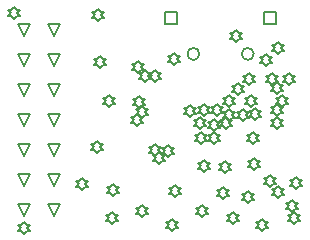
<source format=gbr>
%TF.GenerationSoftware,Altium Limited,Altium Designer,21.2.2 (38)*%
G04 Layer_Color=2752767*
%FSLAX45Y45*%
%MOMM*%
%TF.SameCoordinates,9B882A86-BDC0-4CB1-B03D-B9E00FC7DE04*%
%TF.FilePolarity,Positive*%
%TF.FileFunction,Drawing*%
%TF.Part,Single*%
G01*
G75*
%TA.AperFunction,NonConductor*%
%ADD83C,0.12700*%
%ADD84C,0.16933*%
D83*
X2234200Y1809200D02*
Y1910800D01*
X2335800D01*
Y1809200D01*
X2234200D01*
X1399200D02*
Y1910800D01*
X1500800D01*
Y1809200D01*
X1399200D01*
X200000Y1709200D02*
X149200Y1810800D01*
X250800D01*
X200000Y1709200D01*
Y1455200D02*
X149200Y1556800D01*
X250800D01*
X200000Y1455200D01*
Y1201200D02*
X149200Y1302800D01*
X250800D01*
X200000Y1201200D01*
Y947200D02*
X149200Y1048800D01*
X250800D01*
X200000Y947200D01*
Y693200D02*
X149200Y794800D01*
X250800D01*
X200000Y693200D01*
Y439200D02*
X149200Y540800D01*
X250800D01*
X200000Y439200D01*
Y185200D02*
X149200Y286800D01*
X250800D01*
X200000Y185200D01*
X454000Y1709200D02*
X403200Y1810800D01*
X504800D01*
X454000Y1709200D01*
Y1455200D02*
X403200Y1556800D01*
X504800D01*
X454000Y1455200D01*
Y1201200D02*
X403200Y1302800D01*
X504800D01*
X454000Y1201200D01*
Y947200D02*
X403200Y1048800D01*
X504800D01*
X454000Y947200D01*
Y693200D02*
X403200Y794800D01*
X504800D01*
X454000Y693200D01*
Y439200D02*
X403200Y540800D01*
X504800D01*
X454000Y439200D01*
Y185200D02*
X403200Y286800D01*
X504800D01*
X454000Y185200D01*
X2450000Y1299200D02*
X2475400Y1324600D01*
X2500800D01*
X2475400Y1350000D01*
X2500800Y1375400D01*
X2475400D01*
X2450000Y1400800D01*
X2424600Y1375400D01*
X2399200D01*
X2424600Y1350000D01*
X2399200Y1324600D01*
X2424600D01*
X2450000Y1299200D01*
X2510000Y419200D02*
X2535400Y444600D01*
X2560800D01*
X2535400Y470000D01*
X2560800Y495400D01*
X2535400D01*
X2510000Y520800D01*
X2484600Y495400D01*
X2459200D01*
X2484600Y470000D01*
X2459200Y444600D01*
X2484600D01*
X2510000Y419200D01*
X200000Y39200D02*
X225400Y64600D01*
X250800D01*
X225400Y90000D01*
X250800Y115400D01*
X225400D01*
X200000Y140800D01*
X174600Y115400D01*
X149200D01*
X174600Y90000D01*
X149200Y64600D01*
X174600D01*
X200000Y39200D01*
X2300000Y1299200D02*
X2325400Y1324600D01*
X2350800D01*
X2325400Y1350000D01*
X2350800Y1375400D01*
X2325400D01*
X2300000Y1400800D01*
X2274600Y1375400D01*
X2249200D01*
X2274600Y1350000D01*
X2249200Y1324600D01*
X2274600D01*
X2300000Y1299200D01*
X2350000Y1559200D02*
X2375400Y1584600D01*
X2400800D01*
X2375400Y1610000D01*
X2400800Y1635400D01*
X2375400D01*
X2350000Y1660800D01*
X2324600Y1635400D01*
X2299200D01*
X2324600Y1610000D01*
X2299200Y1584600D01*
X2324600D01*
X2350000Y1559200D01*
X2110000Y1299200D02*
X2135400Y1324600D01*
X2160800D01*
X2135400Y1350000D01*
X2160800Y1375400D01*
X2135400D01*
X2110000Y1400800D01*
X2084600Y1375400D01*
X2059200D01*
X2084600Y1350000D01*
X2059200Y1324600D01*
X2084600D01*
X2110000Y1299200D01*
X2000000Y1659200D02*
X2025400Y1684600D01*
X2050800D01*
X2025400Y1710000D01*
X2050800Y1735400D01*
X2025400D01*
X2000000Y1760800D01*
X1974600Y1735400D01*
X1949200D01*
X1974600Y1710000D01*
X1949200Y1684600D01*
X1974600D01*
X2000000Y1659200D01*
X2347500Y1219595D02*
X2372900Y1244995D01*
X2398300D01*
X2372900Y1270395D01*
X2398300Y1295795D01*
X2372900D01*
X2347500Y1321195D01*
X2322100Y1295795D01*
X2296700D01*
X2322100Y1270395D01*
X2296700Y1244995D01*
X2322100D01*
X2347500Y1219595D01*
X695000Y409200D02*
X720400Y434600D01*
X745800D01*
X720400Y460000D01*
X745800Y485400D01*
X720400D01*
X695000Y510800D01*
X669600Y485400D01*
X644200D01*
X669600Y460000D01*
X644200Y434600D01*
X669600D01*
X695000Y409200D01*
X120000Y1859200D02*
X145400Y1884600D01*
X170800D01*
X145400Y1910000D01*
X170800Y1935400D01*
X145400D01*
X120000Y1960800D01*
X94600Y1935400D01*
X69200D01*
X94600Y1910000D01*
X69200Y1884600D01*
X94600D01*
X120000Y1859200D01*
X1160000Y949200D02*
X1185400Y974600D01*
X1210800D01*
X1185400Y1000000D01*
X1210800Y1025400D01*
X1185400D01*
X1160000Y1050800D01*
X1134600Y1025400D01*
X1109200D01*
X1134600Y1000000D01*
X1109200Y974600D01*
X1134600D01*
X1160000Y949200D01*
X1180000Y1099200D02*
X1205400Y1124600D01*
X1230800D01*
X1205400Y1150000D01*
X1230800Y1175400D01*
X1205400D01*
X1180000Y1200800D01*
X1154600Y1175400D01*
X1129200D01*
X1154600Y1150000D01*
X1129200Y1124600D01*
X1154600D01*
X1180000Y1099200D01*
X1200000Y1019200D02*
X1225400Y1044600D01*
X1250800D01*
X1225400Y1070000D01*
X1250800Y1095400D01*
X1225400D01*
X1200000Y1120800D01*
X1174600Y1095400D01*
X1149200D01*
X1174600Y1070000D01*
X1149200Y1044600D01*
X1174600D01*
X1200000Y1019200D01*
X1308397Y691603D02*
X1333797Y717003D01*
X1359197D01*
X1333797Y742403D01*
X1359197Y767803D01*
X1333797D01*
X1308397Y793203D01*
X1282997Y767803D01*
X1257597D01*
X1282997Y742403D01*
X1257597Y717003D01*
X1282997D01*
X1308397Y691603D01*
X1350000Y629200D02*
X1375400Y654600D01*
X1400800D01*
X1375400Y680000D01*
X1400800Y705400D01*
X1375400D01*
X1350000Y730800D01*
X1324600Y705400D01*
X1299200D01*
X1324600Y680000D01*
X1299200Y654600D01*
X1324600D01*
X1350000Y629200D01*
X1420000Y689200D02*
X1445400Y714600D01*
X1470800D01*
X1445400Y740000D01*
X1470800Y765400D01*
X1445400D01*
X1420000Y790800D01*
X1394600Y765400D01*
X1369200D01*
X1394600Y740000D01*
X1369200Y714600D01*
X1394600D01*
X1420000Y689200D01*
X920000Y1109200D02*
X945400Y1134600D01*
X970800D01*
X945400Y1160000D01*
X970800Y1185400D01*
X945400D01*
X920000Y1210800D01*
X894600Y1185400D01*
X869200D01*
X894600Y1160000D01*
X869200Y1134600D01*
X894600D01*
X920000Y1109200D01*
X960000Y359200D02*
X985400Y384600D01*
X1010800D01*
X985400Y410000D01*
X1010800Y435400D01*
X985400D01*
X960000Y460800D01*
X934600Y435400D01*
X909200D01*
X934600Y410000D01*
X909200Y384600D01*
X934600D01*
X960000Y359200D01*
X2017965Y1214332D02*
X2043365Y1239732D01*
X2068765D01*
X2043365Y1265132D01*
X2068765Y1290532D01*
X2043365D01*
X2017965Y1315932D01*
X1992565Y1290532D01*
X1967165D01*
X1992565Y1265132D01*
X1967165Y1239732D01*
X1992565D01*
X2017965Y1214332D01*
X820000Y721700D02*
X845400Y747100D01*
X870800D01*
X845400Y772500D01*
X870800Y797900D01*
X845400D01*
X820000Y823300D01*
X794600Y797900D01*
X769200D01*
X794600Y772500D01*
X769200Y747100D01*
X794600D01*
X820000Y721700D01*
X850000Y1439200D02*
X875400Y1464600D01*
X900800D01*
X875400Y1490000D01*
X900800Y1515400D01*
X875400D01*
X850000Y1540800D01*
X824600Y1515400D01*
X799200D01*
X824600Y1490000D01*
X799200Y1464600D01*
X824600D01*
X850000Y1439200D01*
X1689882Y921391D02*
X1715282Y946791D01*
X1740682D01*
X1715282Y972191D01*
X1740682Y997591D01*
X1715282D01*
X1689882Y1022991D01*
X1664482Y997591D01*
X1639082D01*
X1664482Y972191D01*
X1639082Y946791D01*
X1664482D01*
X1689882Y921391D01*
X2128175Y1107701D02*
X2153575Y1133101D01*
X2178975D01*
X2153575Y1158501D01*
X2178975Y1183901D01*
X2153575D01*
X2128175Y1209301D01*
X2102775Y1183901D01*
X2077375D01*
X2102775Y1158501D01*
X2077375Y1133101D01*
X2102775D01*
X2128175Y1107701D01*
X1605053Y1023322D02*
X1630453Y1048722D01*
X1655853D01*
X1630453Y1074122D01*
X1655853Y1099522D01*
X1630453D01*
X1605053Y1124922D01*
X1579653Y1099522D01*
X1554253D01*
X1579653Y1074122D01*
X1554253Y1048722D01*
X1579653D01*
X1605053Y1023322D01*
X1724883Y1032407D02*
X1750283Y1057807D01*
X1775683D01*
X1750283Y1083207D01*
X1775683Y1108607D01*
X1750283D01*
X1724883Y1134007D01*
X1699483Y1108607D01*
X1674083D01*
X1699483Y1083207D01*
X1674083Y1057807D01*
X1699483D01*
X1724883Y1032407D01*
X1833416Y1030934D02*
X1858816Y1056334D01*
X1884216D01*
X1858816Y1081734D01*
X1884216Y1107134D01*
X1858816D01*
X1833416Y1132534D01*
X1808016Y1107134D01*
X1782616D01*
X1808016Y1081734D01*
X1782616Y1056334D01*
X1808016D01*
X1833416Y1030934D01*
X1937841Y1110042D02*
X1963241Y1135442D01*
X1988641D01*
X1963241Y1160842D01*
X1988641Y1186242D01*
X1963241D01*
X1937841Y1211642D01*
X1912441Y1186242D01*
X1887041D01*
X1912441Y1160842D01*
X1887041Y1135442D01*
X1912441D01*
X1937841Y1110042D01*
X1940477Y995819D02*
X1965877Y1021219D01*
X1991277D01*
X1965877Y1046619D01*
X1991277Y1072019D01*
X1965877D01*
X1940477Y1097419D01*
X1915077Y1072019D01*
X1889677D01*
X1915077Y1046619D01*
X1889677Y1021219D01*
X1915077D01*
X1940477Y995819D01*
X1911993Y920435D02*
X1937393Y945835D01*
X1962793D01*
X1937393Y971235D01*
X1962793Y996635D01*
X1937393D01*
X1911993Y1022035D01*
X1886593Y996635D01*
X1861193D01*
X1886593Y971235D01*
X1861193Y945835D01*
X1886593D01*
X1911993Y920435D01*
X2060000Y994200D02*
X2085400Y1019600D01*
X2110800D01*
X2085400Y1045000D01*
X2110800Y1070400D01*
X2085400D01*
X2060000Y1095800D01*
X2034600Y1070400D01*
X2009200D01*
X2034600Y1045000D01*
X2009200Y1019600D01*
X2034600D01*
X2060000Y994200D01*
X2384267Y1109248D02*
X2409667Y1134648D01*
X2435067D01*
X2409667Y1160048D01*
X2435067Y1185448D01*
X2409667D01*
X2384267Y1210848D01*
X2358867Y1185448D01*
X2333467D01*
X2358867Y1160048D01*
X2333467Y1134648D01*
X2358867D01*
X2384267Y1109248D01*
X2347943Y1034659D02*
X2373343Y1060059D01*
X2398743D01*
X2373343Y1085459D01*
X2398743Y1110859D01*
X2373343D01*
X2347943Y1136259D01*
X2322543Y1110859D01*
X2297143D01*
X2322543Y1085459D01*
X2297143Y1060059D01*
X2322543D01*
X2347943Y1034659D01*
X2159996Y999198D02*
X2185396Y1024598D01*
X2210796D01*
X2185396Y1049998D01*
X2210796Y1075398D01*
X2185396D01*
X2159996Y1100798D01*
X2134596Y1075398D01*
X2109196D01*
X2134596Y1049998D01*
X2109196Y1024598D01*
X2134596D01*
X2159996Y999198D01*
X2349566Y925942D02*
X2374966Y951342D01*
X2400366D01*
X2374966Y976742D01*
X2400366Y1002142D01*
X2374966D01*
X2349566Y1027542D01*
X2324166Y1002142D01*
X2298766D01*
X2324166Y976742D01*
X2298766Y951342D01*
X2324166D01*
X2349566Y925942D01*
X2100000Y299200D02*
X2125400Y324600D01*
X2150800D01*
X2125400Y350000D01*
X2150800Y375400D01*
X2125400D01*
X2100000Y400800D01*
X2074600Y375400D01*
X2049200D01*
X2074600Y350000D01*
X2049200Y324600D01*
X2074600D01*
X2100000Y299200D01*
X1724616Y559756D02*
X1750016Y585156D01*
X1775416D01*
X1750016Y610556D01*
X1775416Y635956D01*
X1750016D01*
X1724616Y661356D01*
X1699216Y635956D01*
X1673816D01*
X1699216Y610556D01*
X1673816Y585156D01*
X1699216D01*
X1724616Y559756D01*
X1905461Y555213D02*
X1930861Y580613D01*
X1956261D01*
X1930861Y606013D01*
X1956261Y631413D01*
X1930861D01*
X1905461Y656813D01*
X1880061Y631413D01*
X1854661D01*
X1880061Y606013D01*
X1854661Y580613D01*
X1880061D01*
X1905461Y555213D01*
X1460000Y59200D02*
X1485400Y84600D01*
X1510800D01*
X1485400Y110000D01*
X1510800Y135400D01*
X1485400D01*
X1460000Y160800D01*
X1434600Y135400D01*
X1409200D01*
X1434600Y110000D01*
X1409200Y84600D01*
X1434600D01*
X1460000Y59200D01*
X1200000Y179200D02*
X1225400Y204600D01*
X1250800D01*
X1225400Y230000D01*
X1250800Y255400D01*
X1225400D01*
X1200000Y280800D01*
X1174600Y255400D01*
X1149200D01*
X1174600Y230000D01*
X1149200Y204600D01*
X1174600D01*
X1200000Y179200D01*
X950000Y119200D02*
X975400Y144600D01*
X1000800D01*
X975400Y170000D01*
X1000800Y195400D01*
X975400D01*
X950000Y220800D01*
X924600Y195400D01*
X899200D01*
X924600Y170000D01*
X899200Y144600D01*
X924600D01*
X950000Y119200D01*
X1811065Y794201D02*
X1836465Y819601D01*
X1861865D01*
X1836465Y845001D01*
X1861865Y870401D01*
X1836465D01*
X1811065Y895801D01*
X1785665Y870401D01*
X1760265D01*
X1785665Y845001D01*
X1760265Y819601D01*
X1785665D01*
X1811065Y794201D01*
X1810000Y909200D02*
X1835400Y934600D01*
X1860800D01*
X1835400Y960000D01*
X1860800Y985400D01*
X1835400D01*
X1810000Y1010800D01*
X1784600Y985400D01*
X1759200D01*
X1784600Y960000D01*
X1759200Y934600D01*
X1784600D01*
X1810000Y909200D01*
X1702160Y793106D02*
X1727560Y818506D01*
X1752960D01*
X1727560Y843906D01*
X1752960Y869306D01*
X1727560D01*
X1702160Y894706D01*
X1676760Y869306D01*
X1651360D01*
X1676760Y843906D01*
X1651360Y818506D01*
X1676760D01*
X1702160Y793106D01*
X2290000Y429200D02*
X2315400Y454600D01*
X2340800D01*
X2315400Y480000D01*
X2340800Y505400D01*
X2315400D01*
X2290000Y530800D01*
X2264600Y505400D01*
X2239200D01*
X2264600Y480000D01*
X2239200Y454600D01*
X2264600D01*
X2290000Y429200D01*
X2350000Y339200D02*
X2375400Y364600D01*
X2400800D01*
X2375400Y390000D01*
X2400800Y415400D01*
X2375400D01*
X2350000Y440800D01*
X2324600Y415400D01*
X2299200D01*
X2324600Y390000D01*
X2299200Y364600D01*
X2324600D01*
X2350000Y339200D01*
X2250000Y1459200D02*
X2275400Y1484600D01*
X2300800D01*
X2275400Y1510000D01*
X2300800Y1535400D01*
X2275400D01*
X2250000Y1560800D01*
X2224600Y1535400D01*
X2199200D01*
X2224600Y1510000D01*
X2199200Y1484600D01*
X2224600D01*
X2250000Y1459200D01*
X1229998Y1319197D02*
X1255398Y1344597D01*
X1280798D01*
X1255398Y1369997D01*
X1280798Y1395397D01*
X1255398D01*
X1229998Y1420797D01*
X1204598Y1395397D01*
X1179198D01*
X1204598Y1369997D01*
X1179198Y1344597D01*
X1204598D01*
X1229998Y1319197D01*
X1310000Y1319200D02*
X1335400Y1344600D01*
X1360800D01*
X1335400Y1370000D01*
X1360800Y1395400D01*
X1335400D01*
X1310000Y1420800D01*
X1284600Y1395400D01*
X1259200D01*
X1284600Y1370000D01*
X1259200Y1344600D01*
X1284600D01*
X1310000Y1319200D01*
X1170000Y1399200D02*
X1195400Y1424600D01*
X1220800D01*
X1195400Y1450000D01*
X1220800Y1475400D01*
X1195400D01*
X1170000Y1500800D01*
X1144600Y1475400D01*
X1119200D01*
X1144600Y1450000D01*
X1119200Y1424600D01*
X1144600D01*
X1170000Y1399200D01*
X2148934Y574200D02*
X2174334Y599600D01*
X2199734D01*
X2174334Y625000D01*
X2199734Y650400D01*
X2174334D01*
X2148934Y675800D01*
X2123534Y650400D01*
X2098134D01*
X2123534Y625000D01*
X2098134Y599600D01*
X2123534D01*
X2148934Y574200D01*
X1890000Y329200D02*
X1915400Y354600D01*
X1940800D01*
X1915400Y380000D01*
X1940800Y405400D01*
X1915400D01*
X1890000Y430800D01*
X1864600Y405400D01*
X1839200D01*
X1864600Y380000D01*
X1839200Y354600D01*
X1864600D01*
X1890000Y329200D01*
X1480000Y349200D02*
X1505400Y374600D01*
X1530800D01*
X1505400Y400000D01*
X1530800Y425400D01*
X1505400D01*
X1480000Y450800D01*
X1454600Y425400D01*
X1429200D01*
X1454600Y400000D01*
X1429200Y374600D01*
X1454600D01*
X1480000Y349200D01*
X2490000Y119200D02*
X2515400Y144600D01*
X2540800D01*
X2515400Y170000D01*
X2540800Y195400D01*
X2515400D01*
X2490000Y220800D01*
X2464600Y195400D01*
X2439200D01*
X2464600Y170000D01*
X2439200Y144600D01*
X2464600D01*
X2490000Y119200D01*
X1470000Y1469200D02*
X1495400Y1494600D01*
X1520800D01*
X1495400Y1520000D01*
X1520800Y1545400D01*
X1495400D01*
X1470000Y1570800D01*
X1444600Y1545400D01*
X1419200D01*
X1444600Y1520000D01*
X1419200Y1494600D01*
X1444600D01*
X1470000Y1469200D01*
X830000Y1839200D02*
X855400Y1864600D01*
X880800D01*
X855400Y1890000D01*
X880800Y1915400D01*
X855400D01*
X830000Y1940800D01*
X804600Y1915400D01*
X779200D01*
X804600Y1890000D01*
X779200Y1864600D01*
X804600D01*
X830000Y1839200D01*
X1970000Y119200D02*
X1995400Y144600D01*
X2020800D01*
X1995400Y170000D01*
X2020800Y195400D01*
X1995400D01*
X1970000Y220800D01*
X1944600Y195400D01*
X1919200D01*
X1944600Y170000D01*
X1919200Y144600D01*
X1944600D01*
X1970000Y119200D01*
X1710000Y179200D02*
X1735400Y204600D01*
X1760800D01*
X1735400Y230000D01*
X1760800Y255400D01*
X1735400D01*
X1710000Y280800D01*
X1684600Y255400D01*
X1659200D01*
X1684600Y230000D01*
X1659200Y204600D01*
X1684600D01*
X1710000Y179200D01*
X2220000Y59200D02*
X2245400Y84600D01*
X2270800D01*
X2245400Y110000D01*
X2270800Y135400D01*
X2245400D01*
X2220000Y160800D01*
X2194600Y135400D01*
X2169200D01*
X2194600Y110000D01*
X2169200Y84600D01*
X2194600D01*
X2220000Y59200D01*
X2470000Y219200D02*
X2495400Y244600D01*
X2520800D01*
X2495400Y270000D01*
X2520800Y295400D01*
X2495400D01*
X2470000Y320800D01*
X2444600Y295400D01*
X2419200D01*
X2444600Y270000D01*
X2419200Y244600D01*
X2444600D01*
X2470000Y219200D01*
X2140000Y799200D02*
X2165400Y824600D01*
X2190800D01*
X2165400Y850000D01*
X2190800Y875400D01*
X2165400D01*
X2140000Y900800D01*
X2114600Y875400D01*
X2089200D01*
X2114600Y850000D01*
X2089200Y824600D01*
X2114600D01*
X2140000Y799200D01*
D84*
X2148300Y1560000D02*
G03*
X2148300Y1560000I-50800J0D01*
G01*
X1688300D02*
G03*
X1688300Y1560000I-50800J0D01*
G01*
%TF.MD5,0d4ae2ca4ad84b7d06afb3e397398fe3*%
M02*

</source>
